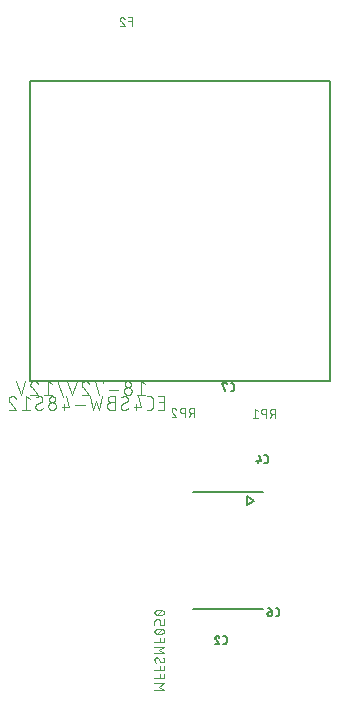
<source format=gbr>
G04 EAGLE Gerber RS-274X export*
G75*
%MOMM*%
%FSLAX34Y34*%
%LPD*%
%INSilkscreen Bottom*%
%IPPOS*%
%AMOC8*
5,1,8,0,0,1.08239X$1,22.5*%
G01*
%ADD10C,0.101600*%
%ADD11C,0.076200*%
%ADD12C,0.152400*%
%ADD13C,0.203200*%
%ADD14C,0.127000*%


D10*
X120142Y266771D02*
X116896Y269367D01*
X116896Y257683D01*
X113651Y257683D02*
X120142Y257683D01*
X108712Y260929D02*
X108710Y261042D01*
X108704Y261155D01*
X108694Y261268D01*
X108680Y261381D01*
X108663Y261493D01*
X108641Y261604D01*
X108616Y261714D01*
X108586Y261824D01*
X108553Y261932D01*
X108516Y262039D01*
X108476Y262145D01*
X108431Y262249D01*
X108383Y262352D01*
X108332Y262453D01*
X108277Y262552D01*
X108219Y262649D01*
X108157Y262744D01*
X108092Y262837D01*
X108024Y262927D01*
X107953Y263015D01*
X107878Y263101D01*
X107801Y263184D01*
X107721Y263264D01*
X107638Y263341D01*
X107552Y263416D01*
X107464Y263487D01*
X107374Y263555D01*
X107281Y263620D01*
X107186Y263682D01*
X107089Y263740D01*
X106990Y263795D01*
X106889Y263846D01*
X106786Y263894D01*
X106682Y263939D01*
X106576Y263979D01*
X106469Y264016D01*
X106361Y264049D01*
X106251Y264079D01*
X106141Y264104D01*
X106030Y264126D01*
X105918Y264143D01*
X105805Y264157D01*
X105692Y264167D01*
X105579Y264173D01*
X105466Y264175D01*
X105353Y264173D01*
X105240Y264167D01*
X105127Y264157D01*
X105014Y264143D01*
X104902Y264126D01*
X104791Y264104D01*
X104681Y264079D01*
X104571Y264049D01*
X104463Y264016D01*
X104356Y263979D01*
X104250Y263939D01*
X104146Y263894D01*
X104043Y263846D01*
X103942Y263795D01*
X103843Y263740D01*
X103746Y263682D01*
X103651Y263620D01*
X103558Y263555D01*
X103468Y263487D01*
X103380Y263416D01*
X103294Y263341D01*
X103211Y263264D01*
X103131Y263184D01*
X103054Y263101D01*
X102979Y263015D01*
X102908Y262927D01*
X102840Y262837D01*
X102775Y262744D01*
X102713Y262649D01*
X102655Y262552D01*
X102600Y262453D01*
X102549Y262352D01*
X102501Y262249D01*
X102456Y262145D01*
X102416Y262039D01*
X102379Y261932D01*
X102346Y261824D01*
X102316Y261714D01*
X102291Y261604D01*
X102269Y261493D01*
X102252Y261381D01*
X102238Y261268D01*
X102228Y261155D01*
X102222Y261042D01*
X102220Y260929D01*
X102222Y260816D01*
X102228Y260703D01*
X102238Y260590D01*
X102252Y260477D01*
X102269Y260365D01*
X102291Y260254D01*
X102316Y260144D01*
X102346Y260034D01*
X102379Y259926D01*
X102416Y259819D01*
X102456Y259713D01*
X102501Y259609D01*
X102549Y259506D01*
X102600Y259405D01*
X102655Y259306D01*
X102713Y259209D01*
X102775Y259114D01*
X102840Y259021D01*
X102908Y258931D01*
X102979Y258843D01*
X103054Y258757D01*
X103131Y258674D01*
X103211Y258594D01*
X103294Y258517D01*
X103380Y258442D01*
X103468Y258371D01*
X103558Y258303D01*
X103651Y258238D01*
X103746Y258176D01*
X103843Y258118D01*
X103942Y258063D01*
X104043Y258012D01*
X104146Y257964D01*
X104250Y257919D01*
X104356Y257879D01*
X104463Y257842D01*
X104571Y257809D01*
X104681Y257779D01*
X104791Y257754D01*
X104902Y257732D01*
X105014Y257715D01*
X105127Y257701D01*
X105240Y257691D01*
X105353Y257685D01*
X105466Y257683D01*
X105579Y257685D01*
X105692Y257691D01*
X105805Y257701D01*
X105918Y257715D01*
X106030Y257732D01*
X106141Y257754D01*
X106251Y257779D01*
X106361Y257809D01*
X106469Y257842D01*
X106576Y257879D01*
X106682Y257919D01*
X106786Y257964D01*
X106889Y258012D01*
X106990Y258063D01*
X107089Y258118D01*
X107186Y258176D01*
X107281Y258238D01*
X107374Y258303D01*
X107464Y258371D01*
X107552Y258442D01*
X107638Y258517D01*
X107721Y258594D01*
X107801Y258674D01*
X107878Y258757D01*
X107953Y258843D01*
X108024Y258931D01*
X108092Y259021D01*
X108157Y259114D01*
X108219Y259209D01*
X108277Y259306D01*
X108332Y259405D01*
X108383Y259506D01*
X108431Y259609D01*
X108476Y259713D01*
X108516Y259819D01*
X108553Y259926D01*
X108586Y260034D01*
X108616Y260144D01*
X108641Y260254D01*
X108663Y260365D01*
X108680Y260477D01*
X108694Y260590D01*
X108704Y260703D01*
X108710Y260816D01*
X108712Y260929D01*
X108062Y266771D02*
X108060Y266872D01*
X108054Y266972D01*
X108044Y267072D01*
X108031Y267172D01*
X108013Y267271D01*
X107992Y267370D01*
X107967Y267467D01*
X107938Y267564D01*
X107905Y267659D01*
X107869Y267753D01*
X107829Y267845D01*
X107786Y267936D01*
X107739Y268025D01*
X107689Y268112D01*
X107635Y268198D01*
X107578Y268281D01*
X107518Y268361D01*
X107455Y268440D01*
X107388Y268516D01*
X107319Y268589D01*
X107247Y268659D01*
X107173Y268727D01*
X107096Y268792D01*
X107016Y268853D01*
X106934Y268912D01*
X106850Y268967D01*
X106764Y269019D01*
X106676Y269068D01*
X106586Y269113D01*
X106494Y269155D01*
X106401Y269193D01*
X106306Y269227D01*
X106211Y269258D01*
X106114Y269285D01*
X106016Y269308D01*
X105917Y269328D01*
X105817Y269343D01*
X105717Y269355D01*
X105617Y269363D01*
X105516Y269367D01*
X105416Y269367D01*
X105315Y269363D01*
X105215Y269355D01*
X105115Y269343D01*
X105015Y269328D01*
X104916Y269308D01*
X104818Y269285D01*
X104721Y269258D01*
X104626Y269227D01*
X104531Y269193D01*
X104438Y269155D01*
X104346Y269113D01*
X104256Y269068D01*
X104168Y269019D01*
X104082Y268967D01*
X103998Y268912D01*
X103916Y268853D01*
X103836Y268792D01*
X103759Y268727D01*
X103685Y268659D01*
X103613Y268589D01*
X103544Y268516D01*
X103477Y268440D01*
X103414Y268361D01*
X103354Y268281D01*
X103297Y268198D01*
X103243Y268112D01*
X103193Y268025D01*
X103146Y267936D01*
X103103Y267845D01*
X103063Y267753D01*
X103027Y267659D01*
X102994Y267564D01*
X102965Y267467D01*
X102940Y267370D01*
X102919Y267271D01*
X102901Y267172D01*
X102888Y267072D01*
X102878Y266972D01*
X102872Y266872D01*
X102870Y266771D01*
X102872Y266670D01*
X102878Y266570D01*
X102888Y266470D01*
X102901Y266370D01*
X102919Y266271D01*
X102940Y266172D01*
X102965Y266075D01*
X102994Y265978D01*
X103027Y265883D01*
X103063Y265789D01*
X103103Y265697D01*
X103146Y265606D01*
X103193Y265517D01*
X103243Y265430D01*
X103297Y265344D01*
X103354Y265261D01*
X103414Y265181D01*
X103477Y265102D01*
X103544Y265026D01*
X103613Y264953D01*
X103685Y264883D01*
X103759Y264815D01*
X103836Y264750D01*
X103916Y264689D01*
X103998Y264630D01*
X104082Y264575D01*
X104168Y264523D01*
X104256Y264474D01*
X104346Y264429D01*
X104438Y264387D01*
X104531Y264349D01*
X104626Y264315D01*
X104721Y264284D01*
X104818Y264257D01*
X104916Y264234D01*
X105015Y264214D01*
X105115Y264199D01*
X105215Y264187D01*
X105315Y264179D01*
X105416Y264175D01*
X105516Y264175D01*
X105617Y264179D01*
X105717Y264187D01*
X105817Y264199D01*
X105917Y264214D01*
X106016Y264234D01*
X106114Y264257D01*
X106211Y264284D01*
X106306Y264315D01*
X106401Y264349D01*
X106494Y264387D01*
X106586Y264429D01*
X106676Y264474D01*
X106764Y264523D01*
X106850Y264575D01*
X106934Y264630D01*
X107016Y264689D01*
X107096Y264750D01*
X107173Y264815D01*
X107247Y264883D01*
X107319Y264953D01*
X107388Y265026D01*
X107455Y265102D01*
X107518Y265181D01*
X107578Y265261D01*
X107635Y265344D01*
X107689Y265430D01*
X107739Y265517D01*
X107786Y265606D01*
X107829Y265697D01*
X107869Y265789D01*
X107905Y265883D01*
X107938Y265978D01*
X107967Y266075D01*
X107992Y266172D01*
X108013Y266271D01*
X108031Y266370D01*
X108044Y266470D01*
X108054Y266570D01*
X108060Y266670D01*
X108062Y266771D01*
X97169Y262227D02*
X89380Y262227D01*
X84328Y268069D02*
X84328Y269367D01*
X77837Y269367D01*
X81083Y257683D01*
X69328Y269367D02*
X69221Y269365D01*
X69115Y269359D01*
X69009Y269349D01*
X68903Y269336D01*
X68797Y269318D01*
X68693Y269297D01*
X68589Y269272D01*
X68486Y269243D01*
X68385Y269211D01*
X68285Y269174D01*
X68186Y269134D01*
X68088Y269091D01*
X67992Y269044D01*
X67898Y268993D01*
X67806Y268939D01*
X67716Y268882D01*
X67628Y268822D01*
X67543Y268758D01*
X67460Y268691D01*
X67379Y268621D01*
X67301Y268549D01*
X67225Y268473D01*
X67153Y268395D01*
X67083Y268314D01*
X67016Y268231D01*
X66952Y268146D01*
X66892Y268058D01*
X66835Y267968D01*
X66781Y267876D01*
X66730Y267782D01*
X66683Y267686D01*
X66640Y267588D01*
X66600Y267489D01*
X66563Y267389D01*
X66531Y267288D01*
X66502Y267185D01*
X66477Y267081D01*
X66456Y266977D01*
X66438Y266871D01*
X66425Y266765D01*
X66415Y266659D01*
X66409Y266553D01*
X66407Y266446D01*
X69328Y269367D02*
X69449Y269365D01*
X69570Y269359D01*
X69690Y269349D01*
X69811Y269336D01*
X69930Y269318D01*
X70050Y269297D01*
X70168Y269272D01*
X70285Y269243D01*
X70402Y269210D01*
X70517Y269174D01*
X70631Y269133D01*
X70744Y269090D01*
X70856Y269042D01*
X70965Y268991D01*
X71073Y268936D01*
X71180Y268878D01*
X71284Y268817D01*
X71386Y268752D01*
X71486Y268684D01*
X71584Y268613D01*
X71680Y268539D01*
X71773Y268462D01*
X71863Y268381D01*
X71951Y268298D01*
X72036Y268212D01*
X72119Y268123D01*
X72198Y268032D01*
X72275Y267938D01*
X72348Y267842D01*
X72418Y267744D01*
X72485Y267643D01*
X72549Y267540D01*
X72610Y267435D01*
X72667Y267328D01*
X72720Y267220D01*
X72770Y267110D01*
X72816Y266998D01*
X72859Y266885D01*
X72898Y266770D01*
X67381Y264174D02*
X67302Y264252D01*
X67226Y264332D01*
X67153Y264415D01*
X67083Y264501D01*
X67016Y264588D01*
X66952Y264679D01*
X66892Y264771D01*
X66834Y264865D01*
X66780Y264962D01*
X66730Y265060D01*
X66683Y265160D01*
X66639Y265261D01*
X66599Y265364D01*
X66563Y265469D01*
X66531Y265574D01*
X66502Y265681D01*
X66477Y265788D01*
X66455Y265897D01*
X66438Y266006D01*
X66424Y266115D01*
X66415Y266225D01*
X66409Y266336D01*
X66407Y266446D01*
X67381Y264174D02*
X72898Y257683D01*
X66407Y257683D01*
X58223Y257683D02*
X62117Y269367D01*
X54328Y269367D02*
X58223Y257683D01*
X50532Y256385D02*
X45339Y270665D01*
X40894Y266771D02*
X37649Y269367D01*
X37649Y257683D01*
X40894Y257683D02*
X34403Y257683D01*
X22973Y266446D02*
X22975Y266553D01*
X22981Y266659D01*
X22991Y266765D01*
X23004Y266871D01*
X23022Y266977D01*
X23043Y267081D01*
X23068Y267185D01*
X23097Y267288D01*
X23129Y267389D01*
X23166Y267489D01*
X23206Y267588D01*
X23249Y267686D01*
X23296Y267782D01*
X23347Y267876D01*
X23401Y267968D01*
X23458Y268058D01*
X23518Y268146D01*
X23582Y268231D01*
X23649Y268314D01*
X23719Y268395D01*
X23791Y268473D01*
X23867Y268549D01*
X23945Y268621D01*
X24026Y268691D01*
X24109Y268758D01*
X24194Y268822D01*
X24282Y268882D01*
X24372Y268939D01*
X24464Y268993D01*
X24558Y269044D01*
X24654Y269091D01*
X24752Y269134D01*
X24851Y269174D01*
X24951Y269211D01*
X25052Y269243D01*
X25155Y269272D01*
X25259Y269297D01*
X25363Y269318D01*
X25469Y269336D01*
X25575Y269349D01*
X25681Y269359D01*
X25787Y269365D01*
X25894Y269367D01*
X26015Y269365D01*
X26136Y269359D01*
X26256Y269349D01*
X26377Y269336D01*
X26496Y269318D01*
X26616Y269297D01*
X26734Y269272D01*
X26851Y269243D01*
X26968Y269210D01*
X27083Y269174D01*
X27197Y269133D01*
X27310Y269090D01*
X27422Y269042D01*
X27531Y268991D01*
X27639Y268936D01*
X27746Y268878D01*
X27850Y268817D01*
X27952Y268752D01*
X28052Y268684D01*
X28150Y268613D01*
X28246Y268539D01*
X28339Y268462D01*
X28429Y268381D01*
X28517Y268298D01*
X28602Y268212D01*
X28685Y268123D01*
X28764Y268032D01*
X28841Y267938D01*
X28914Y267842D01*
X28984Y267744D01*
X29051Y267643D01*
X29115Y267540D01*
X29176Y267435D01*
X29233Y267328D01*
X29286Y267220D01*
X29336Y267110D01*
X29382Y266998D01*
X29425Y266885D01*
X29464Y266770D01*
X23948Y264174D02*
X23869Y264252D01*
X23793Y264332D01*
X23720Y264415D01*
X23650Y264501D01*
X23583Y264588D01*
X23519Y264679D01*
X23459Y264771D01*
X23401Y264865D01*
X23347Y264962D01*
X23297Y265060D01*
X23250Y265160D01*
X23206Y265261D01*
X23166Y265364D01*
X23130Y265469D01*
X23098Y265574D01*
X23069Y265681D01*
X23044Y265788D01*
X23022Y265897D01*
X23005Y266006D01*
X22991Y266115D01*
X22982Y266225D01*
X22976Y266336D01*
X22974Y266446D01*
X23947Y264174D02*
X29464Y257683D01*
X22973Y257683D01*
X14789Y257683D02*
X18683Y269367D01*
X10894Y269367D02*
X14789Y257683D01*
X130824Y244983D02*
X136017Y244983D01*
X136017Y256667D01*
X130824Y256667D01*
X132122Y251474D02*
X136017Y251474D01*
X123951Y244983D02*
X121355Y244983D01*
X123951Y244983D02*
X124050Y244985D01*
X124150Y244991D01*
X124249Y245000D01*
X124347Y245013D01*
X124445Y245030D01*
X124543Y245051D01*
X124639Y245076D01*
X124734Y245104D01*
X124828Y245136D01*
X124921Y245171D01*
X125013Y245210D01*
X125103Y245253D01*
X125191Y245298D01*
X125278Y245348D01*
X125362Y245400D01*
X125445Y245456D01*
X125525Y245514D01*
X125603Y245576D01*
X125678Y245641D01*
X125751Y245709D01*
X125821Y245779D01*
X125889Y245852D01*
X125954Y245927D01*
X126016Y246005D01*
X126074Y246085D01*
X126130Y246168D01*
X126182Y246252D01*
X126232Y246339D01*
X126277Y246427D01*
X126320Y246517D01*
X126359Y246609D01*
X126394Y246702D01*
X126426Y246796D01*
X126454Y246891D01*
X126479Y246987D01*
X126500Y247085D01*
X126517Y247183D01*
X126530Y247281D01*
X126539Y247380D01*
X126545Y247480D01*
X126547Y247579D01*
X126548Y247579D02*
X126548Y254071D01*
X126547Y254071D02*
X126545Y254170D01*
X126539Y254270D01*
X126530Y254369D01*
X126517Y254467D01*
X126500Y254565D01*
X126479Y254663D01*
X126454Y254759D01*
X126426Y254854D01*
X126394Y254948D01*
X126359Y255041D01*
X126320Y255133D01*
X126277Y255223D01*
X126232Y255311D01*
X126182Y255398D01*
X126130Y255482D01*
X126074Y255565D01*
X126016Y255645D01*
X125954Y255723D01*
X125889Y255798D01*
X125821Y255871D01*
X125751Y255941D01*
X125678Y256009D01*
X125603Y256074D01*
X125525Y256136D01*
X125445Y256194D01*
X125362Y256250D01*
X125278Y256302D01*
X125191Y256352D01*
X125103Y256397D01*
X125013Y256440D01*
X124921Y256479D01*
X124828Y256514D01*
X124734Y256546D01*
X124639Y256574D01*
X124543Y256599D01*
X124445Y256620D01*
X124347Y256637D01*
X124249Y256650D01*
X124150Y256659D01*
X124050Y256665D01*
X123951Y256667D01*
X121355Y256667D01*
X114393Y256667D02*
X116990Y247579D01*
X110499Y247579D01*
X112446Y250176D02*
X112446Y244983D01*
X102046Y244983D02*
X101947Y244985D01*
X101847Y244991D01*
X101748Y245000D01*
X101650Y245013D01*
X101552Y245030D01*
X101454Y245051D01*
X101358Y245076D01*
X101263Y245104D01*
X101169Y245136D01*
X101076Y245171D01*
X100984Y245210D01*
X100894Y245253D01*
X100806Y245298D01*
X100719Y245348D01*
X100635Y245400D01*
X100552Y245456D01*
X100472Y245514D01*
X100394Y245576D01*
X100319Y245641D01*
X100246Y245709D01*
X100176Y245779D01*
X100108Y245852D01*
X100043Y245927D01*
X99981Y246005D01*
X99923Y246085D01*
X99867Y246168D01*
X99815Y246252D01*
X99765Y246339D01*
X99720Y246427D01*
X99677Y246517D01*
X99638Y246609D01*
X99603Y246702D01*
X99571Y246796D01*
X99543Y246891D01*
X99518Y246987D01*
X99497Y247085D01*
X99480Y247183D01*
X99467Y247281D01*
X99458Y247380D01*
X99452Y247480D01*
X99450Y247579D01*
X102046Y244983D02*
X102190Y244985D01*
X102335Y244991D01*
X102479Y245000D01*
X102622Y245013D01*
X102766Y245030D01*
X102909Y245051D01*
X103051Y245076D01*
X103192Y245104D01*
X103333Y245136D01*
X103473Y245172D01*
X103612Y245211D01*
X103750Y245254D01*
X103886Y245301D01*
X104022Y245351D01*
X104156Y245405D01*
X104288Y245462D01*
X104419Y245523D01*
X104548Y245587D01*
X104676Y245655D01*
X104802Y245726D01*
X104926Y245800D01*
X105047Y245877D01*
X105167Y245958D01*
X105285Y246041D01*
X105400Y246128D01*
X105513Y246218D01*
X105624Y246311D01*
X105732Y246406D01*
X105838Y246505D01*
X105941Y246606D01*
X105616Y254071D02*
X105614Y254170D01*
X105608Y254270D01*
X105599Y254369D01*
X105586Y254467D01*
X105569Y254565D01*
X105548Y254663D01*
X105523Y254759D01*
X105495Y254854D01*
X105463Y254948D01*
X105428Y255041D01*
X105389Y255133D01*
X105346Y255223D01*
X105301Y255311D01*
X105251Y255398D01*
X105199Y255482D01*
X105143Y255565D01*
X105085Y255645D01*
X105023Y255723D01*
X104958Y255798D01*
X104890Y255871D01*
X104820Y255941D01*
X104747Y256009D01*
X104672Y256074D01*
X104594Y256136D01*
X104514Y256194D01*
X104431Y256250D01*
X104347Y256302D01*
X104260Y256352D01*
X104172Y256397D01*
X104082Y256440D01*
X103990Y256479D01*
X103897Y256514D01*
X103803Y256546D01*
X103708Y256574D01*
X103612Y256599D01*
X103514Y256620D01*
X103416Y256637D01*
X103318Y256650D01*
X103219Y256659D01*
X103119Y256665D01*
X103020Y256667D01*
X102884Y256665D01*
X102748Y256659D01*
X102612Y256650D01*
X102476Y256637D01*
X102341Y256619D01*
X102207Y256599D01*
X102073Y256574D01*
X101939Y256546D01*
X101807Y256513D01*
X101676Y256478D01*
X101545Y256438D01*
X101416Y256395D01*
X101288Y256349D01*
X101162Y256298D01*
X101036Y256245D01*
X100913Y256187D01*
X100791Y256127D01*
X100671Y256063D01*
X100552Y255995D01*
X100436Y255925D01*
X100322Y255851D01*
X100209Y255774D01*
X100099Y255693D01*
X104318Y251799D02*
X104404Y251852D01*
X104488Y251909D01*
X104570Y251968D01*
X104650Y252031D01*
X104727Y252097D01*
X104802Y252165D01*
X104874Y252237D01*
X104943Y252311D01*
X105009Y252388D01*
X105072Y252467D01*
X105132Y252549D01*
X105189Y252633D01*
X105243Y252719D01*
X105293Y252807D01*
X105340Y252897D01*
X105384Y252988D01*
X105423Y253082D01*
X105460Y253176D01*
X105492Y253272D01*
X105521Y253370D01*
X105546Y253468D01*
X105567Y253567D01*
X105585Y253667D01*
X105598Y253767D01*
X105608Y253868D01*
X105614Y253970D01*
X105616Y254071D01*
X100748Y249851D02*
X100662Y249798D01*
X100578Y249741D01*
X100496Y249682D01*
X100416Y249619D01*
X100339Y249553D01*
X100264Y249485D01*
X100192Y249413D01*
X100123Y249339D01*
X100057Y249262D01*
X99994Y249183D01*
X99934Y249101D01*
X99877Y249017D01*
X99823Y248931D01*
X99773Y248843D01*
X99726Y248753D01*
X99682Y248662D01*
X99643Y248568D01*
X99606Y248474D01*
X99574Y248378D01*
X99545Y248280D01*
X99520Y248182D01*
X99499Y248083D01*
X99481Y247983D01*
X99468Y247883D01*
X99458Y247782D01*
X99452Y247680D01*
X99450Y247579D01*
X100748Y249851D02*
X104318Y251799D01*
X94341Y251474D02*
X91096Y251474D01*
X91096Y251475D02*
X90983Y251473D01*
X90870Y251467D01*
X90757Y251457D01*
X90644Y251443D01*
X90532Y251426D01*
X90421Y251404D01*
X90311Y251379D01*
X90201Y251349D01*
X90093Y251316D01*
X89986Y251279D01*
X89880Y251239D01*
X89776Y251194D01*
X89673Y251146D01*
X89572Y251095D01*
X89473Y251040D01*
X89376Y250982D01*
X89281Y250920D01*
X89188Y250855D01*
X89098Y250787D01*
X89010Y250716D01*
X88924Y250641D01*
X88841Y250564D01*
X88761Y250484D01*
X88684Y250401D01*
X88609Y250315D01*
X88538Y250227D01*
X88470Y250137D01*
X88405Y250044D01*
X88343Y249949D01*
X88285Y249852D01*
X88230Y249753D01*
X88179Y249652D01*
X88131Y249549D01*
X88086Y249445D01*
X88046Y249339D01*
X88009Y249232D01*
X87976Y249124D01*
X87946Y249014D01*
X87921Y248904D01*
X87899Y248793D01*
X87882Y248681D01*
X87868Y248568D01*
X87858Y248455D01*
X87852Y248342D01*
X87850Y248229D01*
X87852Y248116D01*
X87858Y248003D01*
X87868Y247890D01*
X87882Y247777D01*
X87899Y247665D01*
X87921Y247554D01*
X87946Y247444D01*
X87976Y247334D01*
X88009Y247226D01*
X88046Y247119D01*
X88086Y247013D01*
X88131Y246909D01*
X88179Y246806D01*
X88230Y246705D01*
X88285Y246606D01*
X88343Y246509D01*
X88405Y246414D01*
X88470Y246321D01*
X88538Y246231D01*
X88609Y246143D01*
X88684Y246057D01*
X88761Y245974D01*
X88841Y245894D01*
X88924Y245817D01*
X89010Y245742D01*
X89098Y245671D01*
X89188Y245603D01*
X89281Y245538D01*
X89376Y245476D01*
X89473Y245418D01*
X89572Y245363D01*
X89673Y245312D01*
X89776Y245264D01*
X89880Y245219D01*
X89986Y245179D01*
X90093Y245142D01*
X90201Y245109D01*
X90311Y245079D01*
X90421Y245054D01*
X90532Y245032D01*
X90644Y245015D01*
X90757Y245001D01*
X90870Y244991D01*
X90983Y244985D01*
X91096Y244983D01*
X94341Y244983D01*
X94341Y256667D01*
X91096Y256667D01*
X90995Y256665D01*
X90895Y256659D01*
X90795Y256649D01*
X90695Y256636D01*
X90596Y256618D01*
X90497Y256597D01*
X90400Y256572D01*
X90303Y256543D01*
X90208Y256510D01*
X90114Y256474D01*
X90022Y256434D01*
X89931Y256391D01*
X89842Y256344D01*
X89755Y256294D01*
X89669Y256240D01*
X89586Y256183D01*
X89506Y256123D01*
X89427Y256060D01*
X89351Y255993D01*
X89278Y255924D01*
X89208Y255852D01*
X89140Y255778D01*
X89075Y255701D01*
X89014Y255621D01*
X88955Y255539D01*
X88900Y255455D01*
X88848Y255369D01*
X88799Y255281D01*
X88754Y255191D01*
X88712Y255099D01*
X88674Y255006D01*
X88640Y254911D01*
X88609Y254816D01*
X88582Y254719D01*
X88559Y254621D01*
X88539Y254522D01*
X88524Y254422D01*
X88512Y254322D01*
X88504Y254222D01*
X88500Y254121D01*
X88500Y254021D01*
X88504Y253920D01*
X88512Y253820D01*
X88524Y253720D01*
X88539Y253620D01*
X88559Y253521D01*
X88582Y253423D01*
X88609Y253326D01*
X88640Y253231D01*
X88674Y253136D01*
X88712Y253043D01*
X88754Y252951D01*
X88799Y252861D01*
X88848Y252773D01*
X88900Y252687D01*
X88955Y252603D01*
X89014Y252521D01*
X89075Y252441D01*
X89140Y252364D01*
X89208Y252290D01*
X89278Y252218D01*
X89351Y252149D01*
X89427Y252082D01*
X89506Y252019D01*
X89586Y251959D01*
X89669Y251902D01*
X89755Y251848D01*
X89842Y251798D01*
X89931Y251751D01*
X90022Y251708D01*
X90114Y251668D01*
X90208Y251632D01*
X90303Y251599D01*
X90400Y251570D01*
X90497Y251545D01*
X90596Y251524D01*
X90695Y251506D01*
X90795Y251493D01*
X90895Y251483D01*
X90995Y251477D01*
X91096Y251475D01*
X83885Y256667D02*
X81289Y244983D01*
X78692Y252772D01*
X76096Y244983D01*
X73499Y256667D01*
X68871Y249527D02*
X61081Y249527D01*
X56030Y247579D02*
X53433Y256667D01*
X56030Y247579D02*
X49539Y247579D01*
X51486Y250176D02*
X51486Y244983D01*
X44600Y248229D02*
X44598Y248342D01*
X44592Y248455D01*
X44582Y248568D01*
X44568Y248681D01*
X44551Y248793D01*
X44529Y248904D01*
X44504Y249014D01*
X44474Y249124D01*
X44441Y249232D01*
X44404Y249339D01*
X44364Y249445D01*
X44319Y249549D01*
X44271Y249652D01*
X44220Y249753D01*
X44165Y249852D01*
X44107Y249949D01*
X44045Y250044D01*
X43980Y250137D01*
X43912Y250227D01*
X43841Y250315D01*
X43766Y250401D01*
X43689Y250484D01*
X43609Y250564D01*
X43526Y250641D01*
X43440Y250716D01*
X43352Y250787D01*
X43262Y250855D01*
X43169Y250920D01*
X43074Y250982D01*
X42977Y251040D01*
X42878Y251095D01*
X42777Y251146D01*
X42674Y251194D01*
X42570Y251239D01*
X42464Y251279D01*
X42357Y251316D01*
X42249Y251349D01*
X42139Y251379D01*
X42029Y251404D01*
X41918Y251426D01*
X41806Y251443D01*
X41693Y251457D01*
X41580Y251467D01*
X41467Y251473D01*
X41354Y251475D01*
X41241Y251473D01*
X41128Y251467D01*
X41015Y251457D01*
X40902Y251443D01*
X40790Y251426D01*
X40679Y251404D01*
X40569Y251379D01*
X40459Y251349D01*
X40351Y251316D01*
X40244Y251279D01*
X40138Y251239D01*
X40034Y251194D01*
X39931Y251146D01*
X39830Y251095D01*
X39731Y251040D01*
X39634Y250982D01*
X39539Y250920D01*
X39446Y250855D01*
X39356Y250787D01*
X39268Y250716D01*
X39182Y250641D01*
X39099Y250564D01*
X39019Y250484D01*
X38942Y250401D01*
X38867Y250315D01*
X38796Y250227D01*
X38728Y250137D01*
X38663Y250044D01*
X38601Y249949D01*
X38543Y249852D01*
X38488Y249753D01*
X38437Y249652D01*
X38389Y249549D01*
X38344Y249445D01*
X38304Y249339D01*
X38267Y249232D01*
X38234Y249124D01*
X38204Y249014D01*
X38179Y248904D01*
X38157Y248793D01*
X38140Y248681D01*
X38126Y248568D01*
X38116Y248455D01*
X38110Y248342D01*
X38108Y248229D01*
X38110Y248116D01*
X38116Y248003D01*
X38126Y247890D01*
X38140Y247777D01*
X38157Y247665D01*
X38179Y247554D01*
X38204Y247444D01*
X38234Y247334D01*
X38267Y247226D01*
X38304Y247119D01*
X38344Y247013D01*
X38389Y246909D01*
X38437Y246806D01*
X38488Y246705D01*
X38543Y246606D01*
X38601Y246509D01*
X38663Y246414D01*
X38728Y246321D01*
X38796Y246231D01*
X38867Y246143D01*
X38942Y246057D01*
X39019Y245974D01*
X39099Y245894D01*
X39182Y245817D01*
X39268Y245742D01*
X39356Y245671D01*
X39446Y245603D01*
X39539Y245538D01*
X39634Y245476D01*
X39731Y245418D01*
X39830Y245363D01*
X39931Y245312D01*
X40034Y245264D01*
X40138Y245219D01*
X40244Y245179D01*
X40351Y245142D01*
X40459Y245109D01*
X40569Y245079D01*
X40679Y245054D01*
X40790Y245032D01*
X40902Y245015D01*
X41015Y245001D01*
X41128Y244991D01*
X41241Y244985D01*
X41354Y244983D01*
X41467Y244985D01*
X41580Y244991D01*
X41693Y245001D01*
X41806Y245015D01*
X41918Y245032D01*
X42029Y245054D01*
X42139Y245079D01*
X42249Y245109D01*
X42357Y245142D01*
X42464Y245179D01*
X42570Y245219D01*
X42674Y245264D01*
X42777Y245312D01*
X42878Y245363D01*
X42977Y245418D01*
X43074Y245476D01*
X43169Y245538D01*
X43262Y245603D01*
X43352Y245671D01*
X43440Y245742D01*
X43526Y245817D01*
X43609Y245894D01*
X43689Y245974D01*
X43766Y246057D01*
X43841Y246143D01*
X43912Y246231D01*
X43980Y246321D01*
X44045Y246414D01*
X44107Y246509D01*
X44165Y246606D01*
X44220Y246705D01*
X44271Y246806D01*
X44319Y246909D01*
X44364Y247013D01*
X44404Y247119D01*
X44441Y247226D01*
X44474Y247334D01*
X44504Y247444D01*
X44529Y247554D01*
X44551Y247665D01*
X44568Y247777D01*
X44582Y247890D01*
X44592Y248003D01*
X44598Y248116D01*
X44600Y248229D01*
X43950Y254071D02*
X43948Y254172D01*
X43942Y254272D01*
X43932Y254372D01*
X43919Y254472D01*
X43901Y254571D01*
X43880Y254670D01*
X43855Y254767D01*
X43826Y254864D01*
X43793Y254959D01*
X43757Y255053D01*
X43717Y255145D01*
X43674Y255236D01*
X43627Y255325D01*
X43577Y255412D01*
X43523Y255498D01*
X43466Y255581D01*
X43406Y255661D01*
X43343Y255740D01*
X43276Y255816D01*
X43207Y255889D01*
X43135Y255959D01*
X43061Y256027D01*
X42984Y256092D01*
X42904Y256153D01*
X42822Y256212D01*
X42738Y256267D01*
X42652Y256319D01*
X42564Y256368D01*
X42474Y256413D01*
X42382Y256455D01*
X42289Y256493D01*
X42194Y256527D01*
X42099Y256558D01*
X42002Y256585D01*
X41904Y256608D01*
X41805Y256628D01*
X41705Y256643D01*
X41605Y256655D01*
X41505Y256663D01*
X41404Y256667D01*
X41304Y256667D01*
X41203Y256663D01*
X41103Y256655D01*
X41003Y256643D01*
X40903Y256628D01*
X40804Y256608D01*
X40706Y256585D01*
X40609Y256558D01*
X40514Y256527D01*
X40419Y256493D01*
X40326Y256455D01*
X40234Y256413D01*
X40144Y256368D01*
X40056Y256319D01*
X39970Y256267D01*
X39886Y256212D01*
X39804Y256153D01*
X39724Y256092D01*
X39647Y256027D01*
X39573Y255959D01*
X39501Y255889D01*
X39432Y255816D01*
X39365Y255740D01*
X39302Y255661D01*
X39242Y255581D01*
X39185Y255498D01*
X39131Y255412D01*
X39081Y255325D01*
X39034Y255236D01*
X38991Y255145D01*
X38951Y255053D01*
X38915Y254959D01*
X38882Y254864D01*
X38853Y254767D01*
X38828Y254670D01*
X38807Y254571D01*
X38789Y254472D01*
X38776Y254372D01*
X38766Y254272D01*
X38760Y254172D01*
X38758Y254071D01*
X38760Y253970D01*
X38766Y253870D01*
X38776Y253770D01*
X38789Y253670D01*
X38807Y253571D01*
X38828Y253472D01*
X38853Y253375D01*
X38882Y253278D01*
X38915Y253183D01*
X38951Y253089D01*
X38991Y252997D01*
X39034Y252906D01*
X39081Y252817D01*
X39131Y252730D01*
X39185Y252644D01*
X39242Y252561D01*
X39302Y252481D01*
X39365Y252402D01*
X39432Y252326D01*
X39501Y252253D01*
X39573Y252183D01*
X39647Y252115D01*
X39724Y252050D01*
X39804Y251989D01*
X39886Y251930D01*
X39970Y251875D01*
X40056Y251823D01*
X40144Y251774D01*
X40234Y251729D01*
X40326Y251687D01*
X40419Y251649D01*
X40514Y251615D01*
X40609Y251584D01*
X40706Y251557D01*
X40804Y251534D01*
X40903Y251514D01*
X41003Y251499D01*
X41103Y251487D01*
X41203Y251479D01*
X41304Y251475D01*
X41404Y251475D01*
X41505Y251479D01*
X41605Y251487D01*
X41705Y251499D01*
X41805Y251514D01*
X41904Y251534D01*
X42002Y251557D01*
X42099Y251584D01*
X42194Y251615D01*
X42289Y251649D01*
X42382Y251687D01*
X42474Y251729D01*
X42564Y251774D01*
X42652Y251823D01*
X42738Y251875D01*
X42822Y251930D01*
X42904Y251989D01*
X42984Y252050D01*
X43061Y252115D01*
X43135Y252183D01*
X43207Y252253D01*
X43276Y252326D01*
X43343Y252402D01*
X43406Y252481D01*
X43466Y252561D01*
X43523Y252644D01*
X43577Y252730D01*
X43627Y252817D01*
X43674Y252906D01*
X43717Y252997D01*
X43757Y253089D01*
X43793Y253183D01*
X43826Y253278D01*
X43855Y253375D01*
X43880Y253472D01*
X43901Y253571D01*
X43919Y253670D01*
X43932Y253770D01*
X43942Y253870D01*
X43948Y253970D01*
X43950Y254071D01*
X29656Y244983D02*
X29557Y244985D01*
X29457Y244991D01*
X29358Y245000D01*
X29260Y245013D01*
X29162Y245030D01*
X29064Y245051D01*
X28968Y245076D01*
X28873Y245104D01*
X28779Y245136D01*
X28686Y245171D01*
X28594Y245210D01*
X28504Y245253D01*
X28416Y245298D01*
X28329Y245348D01*
X28245Y245400D01*
X28162Y245456D01*
X28082Y245514D01*
X28004Y245576D01*
X27929Y245641D01*
X27856Y245709D01*
X27786Y245779D01*
X27718Y245852D01*
X27653Y245927D01*
X27591Y246005D01*
X27533Y246085D01*
X27477Y246168D01*
X27425Y246252D01*
X27375Y246339D01*
X27330Y246427D01*
X27287Y246517D01*
X27248Y246609D01*
X27213Y246702D01*
X27181Y246796D01*
X27153Y246891D01*
X27128Y246987D01*
X27107Y247085D01*
X27090Y247183D01*
X27077Y247281D01*
X27068Y247380D01*
X27062Y247480D01*
X27060Y247579D01*
X29656Y244983D02*
X29800Y244985D01*
X29945Y244991D01*
X30089Y245000D01*
X30232Y245013D01*
X30376Y245030D01*
X30519Y245051D01*
X30661Y245076D01*
X30802Y245104D01*
X30943Y245136D01*
X31083Y245172D01*
X31222Y245211D01*
X31360Y245254D01*
X31496Y245301D01*
X31632Y245351D01*
X31766Y245405D01*
X31898Y245462D01*
X32029Y245523D01*
X32158Y245587D01*
X32286Y245655D01*
X32412Y245726D01*
X32536Y245800D01*
X32657Y245877D01*
X32777Y245958D01*
X32895Y246041D01*
X33010Y246128D01*
X33123Y246218D01*
X33234Y246311D01*
X33342Y246406D01*
X33448Y246505D01*
X33551Y246606D01*
X33226Y254071D02*
X33224Y254170D01*
X33218Y254270D01*
X33209Y254369D01*
X33196Y254467D01*
X33179Y254565D01*
X33158Y254663D01*
X33133Y254759D01*
X33105Y254854D01*
X33073Y254948D01*
X33038Y255041D01*
X32999Y255133D01*
X32956Y255223D01*
X32911Y255311D01*
X32861Y255398D01*
X32809Y255482D01*
X32753Y255565D01*
X32695Y255645D01*
X32633Y255723D01*
X32568Y255798D01*
X32500Y255871D01*
X32430Y255941D01*
X32357Y256009D01*
X32282Y256074D01*
X32204Y256136D01*
X32124Y256194D01*
X32041Y256250D01*
X31957Y256302D01*
X31870Y256352D01*
X31782Y256397D01*
X31692Y256440D01*
X31600Y256479D01*
X31507Y256514D01*
X31413Y256546D01*
X31318Y256574D01*
X31222Y256599D01*
X31124Y256620D01*
X31026Y256637D01*
X30928Y256650D01*
X30829Y256659D01*
X30729Y256665D01*
X30630Y256667D01*
X30494Y256665D01*
X30358Y256659D01*
X30222Y256650D01*
X30086Y256637D01*
X29951Y256619D01*
X29817Y256599D01*
X29683Y256574D01*
X29549Y256546D01*
X29417Y256513D01*
X29286Y256478D01*
X29155Y256438D01*
X29026Y256395D01*
X28898Y256349D01*
X28772Y256298D01*
X28646Y256245D01*
X28523Y256187D01*
X28401Y256127D01*
X28281Y256063D01*
X28162Y255995D01*
X28046Y255925D01*
X27932Y255851D01*
X27819Y255774D01*
X27709Y255693D01*
X31928Y251799D02*
X32014Y251852D01*
X32098Y251909D01*
X32180Y251968D01*
X32260Y252031D01*
X32337Y252097D01*
X32412Y252165D01*
X32484Y252237D01*
X32553Y252311D01*
X32619Y252388D01*
X32682Y252467D01*
X32742Y252549D01*
X32799Y252633D01*
X32853Y252719D01*
X32903Y252807D01*
X32950Y252897D01*
X32994Y252988D01*
X33033Y253082D01*
X33070Y253176D01*
X33102Y253272D01*
X33131Y253370D01*
X33156Y253468D01*
X33177Y253567D01*
X33195Y253667D01*
X33208Y253767D01*
X33218Y253868D01*
X33224Y253970D01*
X33226Y254071D01*
X28358Y249851D02*
X28272Y249798D01*
X28188Y249741D01*
X28106Y249682D01*
X28026Y249619D01*
X27949Y249553D01*
X27874Y249485D01*
X27802Y249413D01*
X27733Y249339D01*
X27667Y249262D01*
X27604Y249183D01*
X27544Y249101D01*
X27487Y249017D01*
X27433Y248931D01*
X27383Y248843D01*
X27336Y248753D01*
X27292Y248662D01*
X27253Y248568D01*
X27216Y248474D01*
X27184Y248378D01*
X27155Y248280D01*
X27130Y248182D01*
X27109Y248083D01*
X27091Y247983D01*
X27078Y247883D01*
X27068Y247782D01*
X27062Y247680D01*
X27060Y247579D01*
X28358Y249851D02*
X31928Y251799D01*
X22502Y254071D02*
X19256Y256667D01*
X19256Y244983D01*
X16011Y244983D02*
X22502Y244983D01*
X7502Y256667D02*
X7395Y256665D01*
X7289Y256659D01*
X7183Y256649D01*
X7077Y256636D01*
X6971Y256618D01*
X6867Y256597D01*
X6763Y256572D01*
X6660Y256543D01*
X6559Y256511D01*
X6459Y256474D01*
X6360Y256434D01*
X6262Y256391D01*
X6166Y256344D01*
X6072Y256293D01*
X5980Y256239D01*
X5890Y256182D01*
X5802Y256122D01*
X5717Y256058D01*
X5634Y255991D01*
X5553Y255921D01*
X5475Y255849D01*
X5399Y255773D01*
X5327Y255695D01*
X5257Y255614D01*
X5190Y255531D01*
X5126Y255446D01*
X5066Y255358D01*
X5009Y255268D01*
X4955Y255176D01*
X4904Y255082D01*
X4857Y254986D01*
X4814Y254888D01*
X4774Y254789D01*
X4737Y254689D01*
X4705Y254588D01*
X4676Y254485D01*
X4651Y254381D01*
X4630Y254277D01*
X4612Y254171D01*
X4599Y254065D01*
X4589Y253959D01*
X4583Y253853D01*
X4581Y253746D01*
X7502Y256667D02*
X7623Y256665D01*
X7744Y256659D01*
X7864Y256649D01*
X7985Y256636D01*
X8104Y256618D01*
X8224Y256597D01*
X8342Y256572D01*
X8459Y256543D01*
X8576Y256510D01*
X8691Y256474D01*
X8805Y256433D01*
X8918Y256390D01*
X9030Y256342D01*
X9139Y256291D01*
X9247Y256236D01*
X9354Y256178D01*
X9458Y256117D01*
X9560Y256052D01*
X9660Y255984D01*
X9758Y255913D01*
X9854Y255839D01*
X9947Y255762D01*
X10037Y255681D01*
X10125Y255598D01*
X10210Y255512D01*
X10293Y255423D01*
X10372Y255332D01*
X10449Y255238D01*
X10522Y255142D01*
X10592Y255044D01*
X10659Y254943D01*
X10723Y254840D01*
X10784Y254735D01*
X10841Y254628D01*
X10894Y254520D01*
X10944Y254410D01*
X10990Y254298D01*
X11033Y254185D01*
X11072Y254070D01*
X5555Y251474D02*
X5476Y251552D01*
X5400Y251632D01*
X5327Y251715D01*
X5257Y251801D01*
X5190Y251888D01*
X5126Y251979D01*
X5066Y252071D01*
X5008Y252165D01*
X4954Y252262D01*
X4904Y252360D01*
X4857Y252460D01*
X4813Y252561D01*
X4773Y252664D01*
X4737Y252769D01*
X4705Y252874D01*
X4676Y252981D01*
X4651Y253088D01*
X4629Y253197D01*
X4612Y253306D01*
X4598Y253415D01*
X4589Y253525D01*
X4583Y253636D01*
X4581Y253746D01*
X5554Y251474D02*
X11072Y244983D01*
X4581Y244983D01*
D11*
X128016Y8178D02*
X136144Y8178D01*
X131628Y10887D01*
X136144Y13596D01*
X128016Y13596D01*
X128016Y17713D02*
X136144Y17713D01*
X136144Y21326D01*
X132532Y21326D02*
X132532Y17713D01*
X136144Y24648D02*
X128016Y24648D01*
X136144Y24648D02*
X136144Y28260D01*
X132532Y28260D02*
X132532Y24648D01*
X128016Y33741D02*
X128018Y33824D01*
X128024Y33908D01*
X128033Y33991D01*
X128047Y34073D01*
X128064Y34155D01*
X128085Y34235D01*
X128110Y34315D01*
X128138Y34393D01*
X128170Y34471D01*
X128205Y34546D01*
X128244Y34620D01*
X128287Y34692D01*
X128332Y34762D01*
X128381Y34829D01*
X128433Y34895D01*
X128487Y34958D01*
X128545Y35018D01*
X128605Y35076D01*
X128668Y35130D01*
X128734Y35182D01*
X128801Y35231D01*
X128871Y35276D01*
X128943Y35319D01*
X129017Y35358D01*
X129093Y35393D01*
X129170Y35425D01*
X129248Y35453D01*
X129328Y35478D01*
X129409Y35499D01*
X129490Y35516D01*
X129572Y35530D01*
X129655Y35539D01*
X129739Y35545D01*
X129822Y35547D01*
X128016Y33741D02*
X128018Y33621D01*
X128024Y33500D01*
X128033Y33380D01*
X128046Y33260D01*
X128063Y33141D01*
X128084Y33022D01*
X128109Y32904D01*
X128137Y32787D01*
X128169Y32671D01*
X128205Y32556D01*
X128244Y32442D01*
X128287Y32329D01*
X128333Y32218D01*
X128383Y32109D01*
X128436Y32000D01*
X128493Y31894D01*
X128553Y31790D01*
X128616Y31687D01*
X128683Y31587D01*
X128752Y31488D01*
X128825Y31392D01*
X128900Y31298D01*
X128979Y31207D01*
X129061Y31118D01*
X129145Y31032D01*
X134338Y31258D02*
X134421Y31260D01*
X134505Y31266D01*
X134588Y31275D01*
X134670Y31289D01*
X134751Y31306D01*
X134832Y31327D01*
X134912Y31352D01*
X134990Y31380D01*
X135067Y31412D01*
X135143Y31447D01*
X135217Y31486D01*
X135289Y31529D01*
X135359Y31574D01*
X135426Y31623D01*
X135492Y31675D01*
X135555Y31729D01*
X135615Y31787D01*
X135673Y31847D01*
X135727Y31910D01*
X135779Y31976D01*
X135828Y32043D01*
X135873Y32113D01*
X135916Y32185D01*
X135955Y32259D01*
X135990Y32335D01*
X136022Y32412D01*
X136050Y32490D01*
X136075Y32570D01*
X136096Y32651D01*
X136113Y32732D01*
X136127Y32814D01*
X136136Y32897D01*
X136142Y32981D01*
X136144Y33064D01*
X136142Y33179D01*
X136136Y33293D01*
X136127Y33408D01*
X136113Y33521D01*
X136096Y33635D01*
X136074Y33748D01*
X136049Y33859D01*
X136020Y33971D01*
X135988Y34081D01*
X135952Y34189D01*
X135912Y34297D01*
X135868Y34403D01*
X135821Y34508D01*
X135770Y34610D01*
X135716Y34712D01*
X135659Y34811D01*
X135598Y34908D01*
X135534Y35003D01*
X135467Y35096D01*
X132758Y32161D02*
X132802Y32091D01*
X132848Y32022D01*
X132898Y31956D01*
X132951Y31892D01*
X133006Y31831D01*
X133065Y31772D01*
X133126Y31716D01*
X133189Y31663D01*
X133255Y31612D01*
X133322Y31565D01*
X133392Y31521D01*
X133464Y31480D01*
X133538Y31442D01*
X133613Y31407D01*
X133690Y31376D01*
X133768Y31349D01*
X133847Y31325D01*
X133928Y31305D01*
X134009Y31288D01*
X134090Y31275D01*
X134173Y31265D01*
X134255Y31260D01*
X134338Y31258D01*
X131402Y34644D02*
X131358Y34714D01*
X131312Y34783D01*
X131262Y34849D01*
X131209Y34913D01*
X131154Y34974D01*
X131095Y35033D01*
X131034Y35089D01*
X130971Y35142D01*
X130905Y35193D01*
X130838Y35240D01*
X130768Y35284D01*
X130696Y35325D01*
X130622Y35363D01*
X130547Y35398D01*
X130470Y35429D01*
X130392Y35456D01*
X130313Y35480D01*
X130232Y35500D01*
X130151Y35517D01*
X130070Y35530D01*
X129987Y35540D01*
X129905Y35545D01*
X129822Y35547D01*
X131403Y34644D02*
X132757Y32161D01*
X136144Y39115D02*
X128016Y39115D01*
X131628Y41824D02*
X136144Y39115D01*
X131628Y41824D02*
X136144Y44533D01*
X128016Y44533D01*
X128016Y48650D02*
X136144Y48650D01*
X136144Y52263D01*
X132532Y52263D02*
X132532Y48650D01*
X132080Y55302D02*
X132240Y55304D01*
X132400Y55310D01*
X132559Y55319D01*
X132719Y55333D01*
X132878Y55350D01*
X133036Y55371D01*
X133194Y55395D01*
X133351Y55424D01*
X133508Y55456D01*
X133664Y55492D01*
X133819Y55532D01*
X133973Y55575D01*
X134126Y55622D01*
X134277Y55673D01*
X134428Y55727D01*
X134577Y55785D01*
X134724Y55846D01*
X134870Y55911D01*
X135015Y55979D01*
X135015Y55978D02*
X135090Y56006D01*
X135163Y56037D01*
X135235Y56072D01*
X135305Y56110D01*
X135373Y56151D01*
X135439Y56196D01*
X135503Y56243D01*
X135565Y56294D01*
X135624Y56347D01*
X135680Y56404D01*
X135734Y56463D01*
X135785Y56524D01*
X135833Y56588D01*
X135878Y56654D01*
X135919Y56722D01*
X135957Y56792D01*
X135992Y56863D01*
X136024Y56937D01*
X136052Y57011D01*
X136076Y57087D01*
X136097Y57164D01*
X136114Y57242D01*
X136127Y57321D01*
X136136Y57400D01*
X136142Y57479D01*
X136144Y57559D01*
X136142Y57639D01*
X136136Y57718D01*
X136127Y57797D01*
X136114Y57876D01*
X136097Y57954D01*
X136076Y58031D01*
X136052Y58107D01*
X136024Y58181D01*
X135992Y58255D01*
X135957Y58326D01*
X135919Y58396D01*
X135878Y58464D01*
X135833Y58530D01*
X135785Y58594D01*
X135734Y58655D01*
X135680Y58714D01*
X135624Y58771D01*
X135565Y58824D01*
X135503Y58875D01*
X135439Y58922D01*
X135373Y58967D01*
X135305Y59008D01*
X135235Y59046D01*
X135163Y59081D01*
X135090Y59112D01*
X135015Y59140D01*
X134870Y59208D01*
X134724Y59273D01*
X134577Y59334D01*
X134428Y59392D01*
X134277Y59446D01*
X134126Y59497D01*
X133973Y59544D01*
X133819Y59587D01*
X133664Y59627D01*
X133508Y59663D01*
X133351Y59695D01*
X133194Y59724D01*
X133036Y59748D01*
X132878Y59769D01*
X132719Y59786D01*
X132559Y59800D01*
X132400Y59809D01*
X132240Y59815D01*
X132080Y59817D01*
X132080Y55302D02*
X131920Y55304D01*
X131760Y55310D01*
X131601Y55319D01*
X131441Y55333D01*
X131282Y55350D01*
X131124Y55371D01*
X130966Y55395D01*
X130809Y55424D01*
X130652Y55456D01*
X130496Y55492D01*
X130341Y55532D01*
X130187Y55575D01*
X130035Y55622D01*
X129883Y55673D01*
X129732Y55727D01*
X129583Y55785D01*
X129436Y55846D01*
X129290Y55911D01*
X129145Y55979D01*
X129145Y55978D02*
X129070Y56006D01*
X128997Y56037D01*
X128925Y56072D01*
X128855Y56110D01*
X128787Y56151D01*
X128721Y56196D01*
X128657Y56243D01*
X128595Y56294D01*
X128536Y56347D01*
X128480Y56404D01*
X128426Y56463D01*
X128375Y56524D01*
X128327Y56588D01*
X128282Y56654D01*
X128241Y56722D01*
X128203Y56792D01*
X128168Y56863D01*
X128136Y56937D01*
X128108Y57011D01*
X128084Y57087D01*
X128063Y57164D01*
X128046Y57242D01*
X128033Y57321D01*
X128024Y57400D01*
X128018Y57479D01*
X128016Y57559D01*
X129145Y59140D02*
X129290Y59208D01*
X129436Y59273D01*
X129583Y59334D01*
X129732Y59392D01*
X129883Y59446D01*
X130035Y59497D01*
X130187Y59544D01*
X130341Y59587D01*
X130496Y59627D01*
X130652Y59663D01*
X130809Y59695D01*
X130966Y59724D01*
X131124Y59748D01*
X131282Y59769D01*
X131441Y59786D01*
X131601Y59800D01*
X131760Y59809D01*
X131920Y59815D01*
X132080Y59817D01*
X129145Y59140D02*
X129070Y59112D01*
X128997Y59081D01*
X128925Y59046D01*
X128855Y59008D01*
X128787Y58967D01*
X128721Y58922D01*
X128657Y58875D01*
X128595Y58824D01*
X128536Y58771D01*
X128480Y58714D01*
X128426Y58655D01*
X128375Y58594D01*
X128327Y58530D01*
X128282Y58464D01*
X128241Y58396D01*
X128203Y58326D01*
X128168Y58255D01*
X128136Y58181D01*
X128108Y58107D01*
X128084Y58031D01*
X128063Y57954D01*
X128046Y57876D01*
X128033Y57797D01*
X128024Y57718D01*
X128018Y57639D01*
X128016Y57559D01*
X129822Y55753D02*
X134338Y59366D01*
X128016Y63303D02*
X128016Y66012D01*
X128018Y66095D01*
X128024Y66179D01*
X128033Y66262D01*
X128047Y66344D01*
X128064Y66425D01*
X128085Y66506D01*
X128110Y66586D01*
X128138Y66664D01*
X128170Y66741D01*
X128205Y66817D01*
X128244Y66891D01*
X128287Y66963D01*
X128332Y67033D01*
X128381Y67100D01*
X128433Y67166D01*
X128487Y67229D01*
X128545Y67289D01*
X128605Y67347D01*
X128668Y67401D01*
X128734Y67453D01*
X128801Y67502D01*
X128871Y67548D01*
X128943Y67590D01*
X129017Y67629D01*
X129093Y67664D01*
X129170Y67696D01*
X129248Y67724D01*
X129328Y67749D01*
X129409Y67770D01*
X129490Y67787D01*
X129573Y67801D01*
X129655Y67810D01*
X129739Y67816D01*
X129822Y67818D01*
X130725Y67818D01*
X130808Y67816D01*
X130892Y67810D01*
X130975Y67801D01*
X131057Y67787D01*
X131138Y67770D01*
X131219Y67749D01*
X131299Y67724D01*
X131377Y67696D01*
X131454Y67664D01*
X131530Y67629D01*
X131604Y67590D01*
X131676Y67547D01*
X131746Y67502D01*
X131813Y67453D01*
X131879Y67401D01*
X131942Y67347D01*
X132002Y67289D01*
X132060Y67229D01*
X132114Y67166D01*
X132166Y67100D01*
X132215Y67033D01*
X132260Y66963D01*
X132303Y66891D01*
X132342Y66817D01*
X132377Y66741D01*
X132409Y66664D01*
X132437Y66586D01*
X132462Y66506D01*
X132483Y66425D01*
X132500Y66344D01*
X132514Y66262D01*
X132523Y66179D01*
X132529Y66095D01*
X132531Y66012D01*
X132532Y66012D02*
X132532Y63303D01*
X136144Y63303D01*
X136144Y67818D01*
X135015Y71981D02*
X134870Y71913D01*
X134724Y71848D01*
X134577Y71787D01*
X134428Y71729D01*
X134277Y71675D01*
X134126Y71624D01*
X133973Y71577D01*
X133819Y71534D01*
X133664Y71494D01*
X133508Y71458D01*
X133351Y71426D01*
X133194Y71397D01*
X133036Y71373D01*
X132878Y71352D01*
X132719Y71335D01*
X132559Y71321D01*
X132400Y71312D01*
X132240Y71306D01*
X132080Y71304D01*
X135015Y71980D02*
X135090Y72008D01*
X135163Y72039D01*
X135235Y72074D01*
X135305Y72112D01*
X135373Y72153D01*
X135439Y72198D01*
X135503Y72245D01*
X135565Y72296D01*
X135624Y72349D01*
X135680Y72406D01*
X135734Y72465D01*
X135785Y72526D01*
X135833Y72590D01*
X135878Y72656D01*
X135919Y72724D01*
X135957Y72794D01*
X135992Y72865D01*
X136024Y72939D01*
X136052Y73013D01*
X136076Y73089D01*
X136097Y73166D01*
X136114Y73244D01*
X136127Y73323D01*
X136136Y73402D01*
X136142Y73481D01*
X136144Y73561D01*
X136142Y73641D01*
X136136Y73720D01*
X136127Y73799D01*
X136114Y73878D01*
X136097Y73956D01*
X136076Y74033D01*
X136052Y74109D01*
X136024Y74183D01*
X135992Y74257D01*
X135957Y74328D01*
X135919Y74398D01*
X135878Y74466D01*
X135833Y74532D01*
X135785Y74596D01*
X135734Y74657D01*
X135680Y74716D01*
X135624Y74773D01*
X135565Y74826D01*
X135503Y74877D01*
X135439Y74924D01*
X135373Y74969D01*
X135305Y75010D01*
X135235Y75048D01*
X135163Y75083D01*
X135090Y75114D01*
X135015Y75142D01*
X134870Y75210D01*
X134724Y75275D01*
X134577Y75336D01*
X134428Y75394D01*
X134277Y75448D01*
X134126Y75499D01*
X133973Y75546D01*
X133819Y75589D01*
X133664Y75629D01*
X133508Y75665D01*
X133351Y75697D01*
X133194Y75726D01*
X133036Y75750D01*
X132878Y75771D01*
X132719Y75788D01*
X132559Y75802D01*
X132400Y75811D01*
X132240Y75817D01*
X132080Y75819D01*
X132080Y71304D02*
X131920Y71306D01*
X131760Y71312D01*
X131601Y71321D01*
X131441Y71335D01*
X131282Y71352D01*
X131124Y71373D01*
X130966Y71397D01*
X130809Y71426D01*
X130652Y71458D01*
X130496Y71494D01*
X130341Y71534D01*
X130187Y71577D01*
X130035Y71624D01*
X129883Y71675D01*
X129732Y71729D01*
X129583Y71787D01*
X129436Y71848D01*
X129290Y71913D01*
X129145Y71981D01*
X129145Y71980D02*
X129070Y72008D01*
X128997Y72039D01*
X128925Y72074D01*
X128855Y72112D01*
X128787Y72153D01*
X128721Y72198D01*
X128657Y72245D01*
X128595Y72296D01*
X128536Y72349D01*
X128480Y72406D01*
X128426Y72465D01*
X128375Y72526D01*
X128327Y72590D01*
X128282Y72656D01*
X128241Y72724D01*
X128203Y72794D01*
X128168Y72865D01*
X128136Y72939D01*
X128108Y73013D01*
X128084Y73089D01*
X128063Y73166D01*
X128046Y73244D01*
X128033Y73323D01*
X128024Y73402D01*
X128018Y73481D01*
X128016Y73561D01*
X129145Y75142D02*
X129290Y75210D01*
X129436Y75275D01*
X129583Y75336D01*
X129732Y75394D01*
X129883Y75448D01*
X130035Y75499D01*
X130187Y75546D01*
X130341Y75589D01*
X130496Y75629D01*
X130652Y75665D01*
X130809Y75697D01*
X130966Y75726D01*
X131124Y75750D01*
X131282Y75771D01*
X131441Y75788D01*
X131601Y75802D01*
X131760Y75811D01*
X131920Y75817D01*
X132080Y75819D01*
X129145Y75142D02*
X129070Y75114D01*
X128997Y75083D01*
X128925Y75048D01*
X128855Y75010D01*
X128787Y74969D01*
X128721Y74924D01*
X128657Y74877D01*
X128595Y74826D01*
X128536Y74773D01*
X128480Y74716D01*
X128426Y74657D01*
X128375Y74596D01*
X128327Y74532D01*
X128282Y74466D01*
X128241Y74398D01*
X128203Y74328D01*
X128168Y74257D01*
X128136Y74183D01*
X128108Y74109D01*
X128084Y74033D01*
X128063Y73956D01*
X128046Y73878D01*
X128033Y73799D01*
X128024Y73720D01*
X128018Y73641D01*
X128016Y73561D01*
X129822Y71755D02*
X134338Y75367D01*
D12*
X221040Y200152D02*
X222508Y200152D01*
X222582Y200154D01*
X222657Y200160D01*
X222730Y200169D01*
X222804Y200182D01*
X222876Y200199D01*
X222947Y200219D01*
X223018Y200243D01*
X223087Y200271D01*
X223155Y200302D01*
X223220Y200336D01*
X223285Y200374D01*
X223347Y200415D01*
X223407Y200459D01*
X223464Y200506D01*
X223519Y200556D01*
X223572Y200609D01*
X223622Y200664D01*
X223669Y200721D01*
X223713Y200781D01*
X223754Y200843D01*
X223792Y200908D01*
X223826Y200974D01*
X223857Y201041D01*
X223885Y201110D01*
X223909Y201181D01*
X223929Y201252D01*
X223946Y201325D01*
X223959Y201398D01*
X223968Y201472D01*
X223974Y201546D01*
X223976Y201620D01*
X223975Y201620D02*
X223975Y205288D01*
X223976Y205288D02*
X223974Y205362D01*
X223968Y205437D01*
X223959Y205510D01*
X223946Y205583D01*
X223929Y205656D01*
X223909Y205727D01*
X223885Y205798D01*
X223857Y205867D01*
X223826Y205934D01*
X223792Y206000D01*
X223754Y206065D01*
X223713Y206127D01*
X223669Y206187D01*
X223622Y206244D01*
X223572Y206299D01*
X223519Y206352D01*
X223464Y206402D01*
X223407Y206449D01*
X223347Y206493D01*
X223285Y206534D01*
X223220Y206572D01*
X223155Y206606D01*
X223087Y206637D01*
X223018Y206665D01*
X222948Y206689D01*
X222876Y206709D01*
X222804Y206726D01*
X222730Y206739D01*
X222657Y206748D01*
X222582Y206754D01*
X222508Y206756D01*
X221040Y206756D01*
X216376Y206756D02*
X217844Y201620D01*
X214175Y201620D01*
X215275Y203087D02*
X215275Y200152D01*
D11*
X229872Y238506D02*
X229872Y245872D01*
X227826Y245872D01*
X227737Y245870D01*
X227648Y245864D01*
X227559Y245854D01*
X227471Y245841D01*
X227383Y245824D01*
X227296Y245802D01*
X227211Y245777D01*
X227126Y245749D01*
X227043Y245716D01*
X226961Y245680D01*
X226881Y245641D01*
X226803Y245598D01*
X226727Y245552D01*
X226652Y245502D01*
X226580Y245449D01*
X226511Y245393D01*
X226444Y245334D01*
X226379Y245273D01*
X226318Y245208D01*
X226259Y245141D01*
X226203Y245072D01*
X226150Y245000D01*
X226100Y244925D01*
X226054Y244849D01*
X226011Y244771D01*
X225972Y244691D01*
X225936Y244609D01*
X225903Y244526D01*
X225875Y244441D01*
X225850Y244356D01*
X225828Y244269D01*
X225811Y244181D01*
X225798Y244093D01*
X225788Y244004D01*
X225782Y243915D01*
X225780Y243826D01*
X225782Y243737D01*
X225788Y243648D01*
X225798Y243559D01*
X225811Y243471D01*
X225828Y243383D01*
X225850Y243296D01*
X225875Y243211D01*
X225903Y243126D01*
X225936Y243043D01*
X225972Y242961D01*
X226011Y242881D01*
X226054Y242803D01*
X226100Y242727D01*
X226150Y242652D01*
X226203Y242580D01*
X226259Y242511D01*
X226318Y242444D01*
X226379Y242379D01*
X226444Y242318D01*
X226511Y242259D01*
X226580Y242203D01*
X226652Y242150D01*
X226727Y242100D01*
X226803Y242054D01*
X226881Y242011D01*
X226961Y241972D01*
X227043Y241936D01*
X227126Y241903D01*
X227211Y241875D01*
X227296Y241850D01*
X227383Y241828D01*
X227471Y241811D01*
X227559Y241798D01*
X227648Y241788D01*
X227737Y241782D01*
X227826Y241780D01*
X229872Y241780D01*
X227417Y241780D02*
X225780Y238506D01*
X222247Y238506D02*
X222247Y245872D01*
X220201Y245872D01*
X220112Y245870D01*
X220023Y245864D01*
X219934Y245854D01*
X219846Y245841D01*
X219758Y245824D01*
X219671Y245802D01*
X219586Y245777D01*
X219501Y245749D01*
X219418Y245716D01*
X219336Y245680D01*
X219256Y245641D01*
X219178Y245598D01*
X219102Y245552D01*
X219027Y245502D01*
X218955Y245449D01*
X218886Y245393D01*
X218819Y245334D01*
X218754Y245273D01*
X218693Y245208D01*
X218634Y245141D01*
X218578Y245072D01*
X218525Y245000D01*
X218475Y244925D01*
X218429Y244849D01*
X218386Y244771D01*
X218347Y244691D01*
X218311Y244609D01*
X218278Y244526D01*
X218250Y244441D01*
X218225Y244356D01*
X218203Y244269D01*
X218186Y244181D01*
X218173Y244093D01*
X218163Y244004D01*
X218157Y243915D01*
X218155Y243826D01*
X218157Y243737D01*
X218163Y243648D01*
X218173Y243559D01*
X218186Y243471D01*
X218203Y243383D01*
X218225Y243296D01*
X218250Y243211D01*
X218278Y243126D01*
X218311Y243043D01*
X218347Y242961D01*
X218386Y242881D01*
X218429Y242803D01*
X218475Y242727D01*
X218525Y242652D01*
X218578Y242580D01*
X218634Y242511D01*
X218693Y242444D01*
X218754Y242379D01*
X218819Y242318D01*
X218886Y242259D01*
X218955Y242203D01*
X219027Y242150D01*
X219102Y242100D01*
X219178Y242054D01*
X219256Y242011D01*
X219336Y241972D01*
X219418Y241936D01*
X219501Y241903D01*
X219586Y241875D01*
X219671Y241850D01*
X219758Y241828D01*
X219846Y241811D01*
X219934Y241798D01*
X220023Y241788D01*
X220112Y241782D01*
X220201Y241780D01*
X222247Y241780D01*
X215293Y244235D02*
X213247Y245872D01*
X213247Y238506D01*
X215293Y238506D02*
X211201Y238506D01*
X161165Y239268D02*
X161165Y246634D01*
X159119Y246634D01*
X159030Y246632D01*
X158941Y246626D01*
X158852Y246616D01*
X158764Y246603D01*
X158676Y246586D01*
X158589Y246564D01*
X158504Y246539D01*
X158419Y246511D01*
X158336Y246478D01*
X158254Y246442D01*
X158174Y246403D01*
X158096Y246360D01*
X158020Y246314D01*
X157945Y246264D01*
X157873Y246211D01*
X157804Y246155D01*
X157737Y246096D01*
X157672Y246035D01*
X157611Y245970D01*
X157552Y245903D01*
X157496Y245834D01*
X157443Y245762D01*
X157393Y245687D01*
X157347Y245611D01*
X157304Y245533D01*
X157265Y245453D01*
X157229Y245371D01*
X157196Y245288D01*
X157168Y245203D01*
X157143Y245118D01*
X157121Y245031D01*
X157104Y244943D01*
X157091Y244855D01*
X157081Y244766D01*
X157075Y244677D01*
X157073Y244588D01*
X157075Y244499D01*
X157081Y244410D01*
X157091Y244321D01*
X157104Y244233D01*
X157121Y244145D01*
X157143Y244058D01*
X157168Y243973D01*
X157196Y243888D01*
X157229Y243805D01*
X157265Y243723D01*
X157304Y243643D01*
X157347Y243565D01*
X157393Y243489D01*
X157443Y243414D01*
X157496Y243342D01*
X157552Y243273D01*
X157611Y243206D01*
X157672Y243141D01*
X157737Y243080D01*
X157804Y243021D01*
X157873Y242965D01*
X157945Y242912D01*
X158020Y242862D01*
X158096Y242816D01*
X158174Y242773D01*
X158254Y242734D01*
X158336Y242698D01*
X158419Y242665D01*
X158504Y242637D01*
X158589Y242612D01*
X158676Y242590D01*
X158764Y242573D01*
X158852Y242560D01*
X158941Y242550D01*
X159030Y242544D01*
X159119Y242542D01*
X161165Y242542D01*
X158710Y242542D02*
X157073Y239268D01*
X153540Y239268D02*
X153540Y246634D01*
X151494Y246634D01*
X151405Y246632D01*
X151316Y246626D01*
X151227Y246616D01*
X151139Y246603D01*
X151051Y246586D01*
X150964Y246564D01*
X150879Y246539D01*
X150794Y246511D01*
X150711Y246478D01*
X150629Y246442D01*
X150549Y246403D01*
X150471Y246360D01*
X150395Y246314D01*
X150320Y246264D01*
X150248Y246211D01*
X150179Y246155D01*
X150112Y246096D01*
X150047Y246035D01*
X149986Y245970D01*
X149927Y245903D01*
X149871Y245834D01*
X149818Y245762D01*
X149768Y245687D01*
X149722Y245611D01*
X149679Y245533D01*
X149640Y245453D01*
X149604Y245371D01*
X149571Y245288D01*
X149543Y245203D01*
X149518Y245118D01*
X149496Y245031D01*
X149479Y244943D01*
X149466Y244855D01*
X149456Y244766D01*
X149450Y244677D01*
X149448Y244588D01*
X149450Y244499D01*
X149456Y244410D01*
X149466Y244321D01*
X149479Y244233D01*
X149496Y244145D01*
X149518Y244058D01*
X149543Y243973D01*
X149571Y243888D01*
X149604Y243805D01*
X149640Y243723D01*
X149679Y243643D01*
X149722Y243565D01*
X149768Y243489D01*
X149818Y243414D01*
X149871Y243342D01*
X149927Y243273D01*
X149986Y243206D01*
X150047Y243141D01*
X150112Y243080D01*
X150179Y243021D01*
X150248Y242965D01*
X150320Y242912D01*
X150395Y242862D01*
X150471Y242816D01*
X150549Y242773D01*
X150629Y242734D01*
X150711Y242698D01*
X150794Y242665D01*
X150879Y242637D01*
X150964Y242612D01*
X151051Y242590D01*
X151139Y242573D01*
X151227Y242560D01*
X151316Y242550D01*
X151405Y242544D01*
X151494Y242542D01*
X153540Y242542D01*
X144336Y246635D02*
X144251Y246633D01*
X144166Y246627D01*
X144082Y246617D01*
X143998Y246604D01*
X143914Y246586D01*
X143832Y246565D01*
X143751Y246540D01*
X143671Y246511D01*
X143592Y246478D01*
X143515Y246442D01*
X143440Y246402D01*
X143366Y246359D01*
X143295Y246313D01*
X143226Y246263D01*
X143159Y246210D01*
X143095Y246154D01*
X143034Y246095D01*
X142975Y246034D01*
X142919Y245970D01*
X142866Y245903D01*
X142816Y245834D01*
X142770Y245763D01*
X142727Y245689D01*
X142687Y245614D01*
X142651Y245537D01*
X142618Y245458D01*
X142589Y245378D01*
X142564Y245297D01*
X142543Y245215D01*
X142525Y245131D01*
X142512Y245047D01*
X142502Y244963D01*
X142496Y244878D01*
X142494Y244793D01*
X144336Y246634D02*
X144432Y246632D01*
X144528Y246626D01*
X144623Y246616D01*
X144718Y246603D01*
X144813Y246585D01*
X144906Y246564D01*
X144999Y246539D01*
X145090Y246510D01*
X145181Y246478D01*
X145270Y246442D01*
X145357Y246402D01*
X145443Y246359D01*
X145527Y246313D01*
X145609Y246263D01*
X145689Y246209D01*
X145766Y246153D01*
X145841Y246093D01*
X145914Y246031D01*
X145984Y245965D01*
X146052Y245897D01*
X146117Y245826D01*
X146178Y245753D01*
X146237Y245677D01*
X146293Y245598D01*
X146345Y245518D01*
X146394Y245435D01*
X146440Y245351D01*
X146482Y245265D01*
X146520Y245177D01*
X146555Y245088D01*
X146587Y244997D01*
X143108Y243361D02*
X143048Y243420D01*
X142991Y243482D01*
X142936Y243546D01*
X142885Y243613D01*
X142836Y243682D01*
X142790Y243752D01*
X142747Y243825D01*
X142707Y243899D01*
X142671Y243975D01*
X142638Y244053D01*
X142608Y244132D01*
X142581Y244212D01*
X142558Y244293D01*
X142539Y244375D01*
X142523Y244457D01*
X142510Y244541D01*
X142501Y244625D01*
X142496Y244709D01*
X142494Y244793D01*
X143108Y243360D02*
X146586Y239268D01*
X142494Y239268D01*
D13*
X160274Y175895D02*
X219964Y175895D01*
X219964Y76835D02*
X160274Y76835D01*
X205994Y164465D02*
X205994Y172085D01*
X212344Y168275D02*
X205994Y164465D01*
X212344Y168275D02*
X205994Y172085D01*
D12*
X193933Y261112D02*
X192465Y261112D01*
X193933Y261112D02*
X194007Y261114D01*
X194082Y261120D01*
X194155Y261129D01*
X194229Y261142D01*
X194301Y261159D01*
X194372Y261179D01*
X194443Y261203D01*
X194512Y261231D01*
X194580Y261262D01*
X194645Y261296D01*
X194710Y261334D01*
X194772Y261375D01*
X194832Y261419D01*
X194889Y261466D01*
X194944Y261516D01*
X194997Y261569D01*
X195047Y261624D01*
X195094Y261681D01*
X195138Y261741D01*
X195179Y261803D01*
X195217Y261868D01*
X195251Y261934D01*
X195282Y262001D01*
X195310Y262070D01*
X195334Y262141D01*
X195354Y262212D01*
X195371Y262285D01*
X195384Y262358D01*
X195393Y262432D01*
X195399Y262506D01*
X195401Y262580D01*
X195400Y262580D02*
X195400Y266248D01*
X195401Y266248D02*
X195399Y266322D01*
X195393Y266397D01*
X195384Y266470D01*
X195371Y266543D01*
X195354Y266616D01*
X195334Y266687D01*
X195310Y266758D01*
X195282Y266827D01*
X195251Y266894D01*
X195217Y266960D01*
X195179Y267025D01*
X195138Y267087D01*
X195094Y267147D01*
X195047Y267204D01*
X194997Y267259D01*
X194944Y267312D01*
X194889Y267362D01*
X194832Y267409D01*
X194772Y267453D01*
X194710Y267494D01*
X194645Y267532D01*
X194580Y267566D01*
X194512Y267597D01*
X194443Y267625D01*
X194373Y267649D01*
X194301Y267669D01*
X194229Y267686D01*
X194155Y267699D01*
X194082Y267708D01*
X194007Y267714D01*
X193933Y267716D01*
X192465Y267716D01*
X189269Y267716D02*
X189269Y266982D01*
X189269Y267716D02*
X185600Y267716D01*
X187434Y261112D01*
X230565Y70612D02*
X232033Y70612D01*
X232107Y70614D01*
X232182Y70620D01*
X232255Y70629D01*
X232329Y70642D01*
X232401Y70659D01*
X232472Y70679D01*
X232543Y70703D01*
X232612Y70731D01*
X232680Y70762D01*
X232745Y70796D01*
X232810Y70834D01*
X232872Y70875D01*
X232932Y70919D01*
X232989Y70966D01*
X233044Y71016D01*
X233097Y71069D01*
X233147Y71124D01*
X233194Y71181D01*
X233238Y71241D01*
X233279Y71303D01*
X233317Y71368D01*
X233351Y71434D01*
X233382Y71501D01*
X233410Y71570D01*
X233434Y71641D01*
X233454Y71712D01*
X233471Y71785D01*
X233484Y71858D01*
X233493Y71932D01*
X233499Y72006D01*
X233501Y72080D01*
X233500Y72080D02*
X233500Y75748D01*
X233501Y75748D02*
X233499Y75822D01*
X233493Y75897D01*
X233484Y75970D01*
X233471Y76043D01*
X233454Y76116D01*
X233434Y76187D01*
X233410Y76258D01*
X233382Y76327D01*
X233351Y76394D01*
X233317Y76460D01*
X233279Y76525D01*
X233238Y76587D01*
X233194Y76647D01*
X233147Y76704D01*
X233097Y76759D01*
X233044Y76812D01*
X232989Y76862D01*
X232932Y76909D01*
X232872Y76953D01*
X232810Y76994D01*
X232745Y77032D01*
X232680Y77066D01*
X232612Y77097D01*
X232543Y77125D01*
X232473Y77149D01*
X232401Y77169D01*
X232329Y77186D01*
X232255Y77199D01*
X232182Y77208D01*
X232107Y77214D01*
X232033Y77216D01*
X230565Y77216D01*
X227369Y74281D02*
X225167Y74281D01*
X225093Y74279D01*
X225018Y74273D01*
X224945Y74264D01*
X224871Y74251D01*
X224799Y74234D01*
X224728Y74214D01*
X224657Y74190D01*
X224588Y74162D01*
X224521Y74131D01*
X224455Y74097D01*
X224390Y74059D01*
X224328Y74018D01*
X224268Y73974D01*
X224211Y73927D01*
X224156Y73877D01*
X224103Y73824D01*
X224053Y73769D01*
X224006Y73712D01*
X223962Y73652D01*
X223921Y73590D01*
X223883Y73525D01*
X223849Y73459D01*
X223818Y73392D01*
X223790Y73323D01*
X223766Y73252D01*
X223746Y73181D01*
X223729Y73109D01*
X223716Y73035D01*
X223707Y72962D01*
X223701Y72887D01*
X223699Y72813D01*
X223700Y72813D02*
X223700Y72446D01*
X223702Y72361D01*
X223708Y72277D01*
X223718Y72193D01*
X223731Y72109D01*
X223749Y72026D01*
X223770Y71944D01*
X223795Y71863D01*
X223824Y71783D01*
X223856Y71705D01*
X223892Y71629D01*
X223932Y71554D01*
X223975Y71481D01*
X224021Y71410D01*
X224070Y71341D01*
X224123Y71274D01*
X224179Y71210D01*
X224237Y71149D01*
X224298Y71091D01*
X224362Y71035D01*
X224429Y70982D01*
X224498Y70933D01*
X224569Y70887D01*
X224642Y70844D01*
X224717Y70804D01*
X224793Y70768D01*
X224871Y70736D01*
X224951Y70707D01*
X225032Y70682D01*
X225114Y70661D01*
X225197Y70643D01*
X225281Y70630D01*
X225365Y70620D01*
X225449Y70614D01*
X225534Y70612D01*
X225619Y70614D01*
X225703Y70620D01*
X225787Y70630D01*
X225871Y70643D01*
X225954Y70661D01*
X226036Y70682D01*
X226117Y70707D01*
X226197Y70736D01*
X226275Y70768D01*
X226351Y70804D01*
X226426Y70844D01*
X226499Y70887D01*
X226570Y70933D01*
X226639Y70982D01*
X226706Y71035D01*
X226770Y71091D01*
X226831Y71149D01*
X226889Y71210D01*
X226945Y71274D01*
X226998Y71341D01*
X227047Y71410D01*
X227093Y71481D01*
X227136Y71554D01*
X227176Y71629D01*
X227212Y71705D01*
X227244Y71783D01*
X227273Y71863D01*
X227298Y71944D01*
X227319Y72026D01*
X227337Y72109D01*
X227350Y72193D01*
X227360Y72277D01*
X227366Y72361D01*
X227368Y72446D01*
X227369Y72446D02*
X227369Y74281D01*
X227367Y74388D01*
X227361Y74495D01*
X227351Y74602D01*
X227338Y74708D01*
X227320Y74814D01*
X227299Y74919D01*
X227274Y75023D01*
X227245Y75127D01*
X227212Y75229D01*
X227175Y75329D01*
X227135Y75429D01*
X227091Y75527D01*
X227044Y75623D01*
X226993Y75717D01*
X226939Y75810D01*
X226882Y75900D01*
X226821Y75989D01*
X226757Y76075D01*
X226690Y76158D01*
X226620Y76240D01*
X226547Y76318D01*
X226471Y76394D01*
X226393Y76467D01*
X226311Y76537D01*
X226228Y76604D01*
X226142Y76668D01*
X226053Y76729D01*
X225963Y76786D01*
X225870Y76840D01*
X225776Y76891D01*
X225680Y76938D01*
X225582Y76982D01*
X225483Y77022D01*
X225382Y77059D01*
X225280Y77092D01*
X225176Y77121D01*
X225072Y77146D01*
X224967Y77167D01*
X224861Y77185D01*
X224755Y77198D01*
X224648Y77208D01*
X224541Y77214D01*
X224434Y77216D01*
X187583Y47117D02*
X186115Y47117D01*
X187583Y47117D02*
X187657Y47119D01*
X187732Y47125D01*
X187805Y47134D01*
X187879Y47147D01*
X187951Y47164D01*
X188022Y47184D01*
X188093Y47208D01*
X188162Y47236D01*
X188230Y47267D01*
X188295Y47301D01*
X188360Y47339D01*
X188422Y47380D01*
X188482Y47424D01*
X188539Y47471D01*
X188594Y47521D01*
X188647Y47574D01*
X188697Y47629D01*
X188744Y47686D01*
X188788Y47746D01*
X188829Y47808D01*
X188867Y47873D01*
X188901Y47939D01*
X188932Y48006D01*
X188960Y48075D01*
X188984Y48146D01*
X189004Y48217D01*
X189021Y48290D01*
X189034Y48363D01*
X189043Y48437D01*
X189049Y48511D01*
X189051Y48585D01*
X189050Y48585D02*
X189050Y52253D01*
X189051Y52253D02*
X189049Y52327D01*
X189043Y52402D01*
X189034Y52475D01*
X189021Y52548D01*
X189004Y52621D01*
X188984Y52692D01*
X188960Y52763D01*
X188932Y52832D01*
X188901Y52899D01*
X188867Y52965D01*
X188829Y53030D01*
X188788Y53092D01*
X188744Y53152D01*
X188697Y53209D01*
X188647Y53264D01*
X188594Y53317D01*
X188539Y53367D01*
X188482Y53414D01*
X188422Y53458D01*
X188360Y53499D01*
X188295Y53537D01*
X188230Y53571D01*
X188162Y53602D01*
X188093Y53630D01*
X188023Y53654D01*
X187951Y53674D01*
X187879Y53691D01*
X187805Y53704D01*
X187732Y53713D01*
X187657Y53719D01*
X187583Y53721D01*
X186115Y53721D01*
X180901Y53721D02*
X180822Y53719D01*
X180744Y53714D01*
X180666Y53704D01*
X180589Y53691D01*
X180512Y53674D01*
X180436Y53654D01*
X180361Y53630D01*
X180287Y53603D01*
X180215Y53572D01*
X180144Y53537D01*
X180076Y53500D01*
X180008Y53459D01*
X179943Y53415D01*
X179880Y53368D01*
X179820Y53318D01*
X179762Y53265D01*
X179706Y53209D01*
X179653Y53151D01*
X179603Y53091D01*
X179556Y53028D01*
X179512Y52963D01*
X179471Y52896D01*
X179434Y52827D01*
X179399Y52756D01*
X179368Y52684D01*
X179341Y52610D01*
X179317Y52535D01*
X179297Y52459D01*
X179280Y52382D01*
X179267Y52305D01*
X179257Y52227D01*
X179252Y52149D01*
X179250Y52070D01*
X180901Y53721D02*
X180990Y53719D01*
X181079Y53714D01*
X181167Y53704D01*
X181255Y53691D01*
X181342Y53675D01*
X181429Y53654D01*
X181514Y53630D01*
X181599Y53603D01*
X181682Y53572D01*
X181764Y53537D01*
X181845Y53499D01*
X181924Y53458D01*
X182000Y53414D01*
X182076Y53366D01*
X182149Y53315D01*
X182219Y53262D01*
X182288Y53205D01*
X182354Y53145D01*
X182417Y53083D01*
X182478Y53018D01*
X182536Y52951D01*
X182591Y52881D01*
X182644Y52809D01*
X182693Y52735D01*
X182739Y52659D01*
X182781Y52581D01*
X182821Y52501D01*
X182857Y52420D01*
X182890Y52337D01*
X182919Y52253D01*
X179800Y50786D02*
X179744Y50842D01*
X179690Y50901D01*
X179639Y50962D01*
X179590Y51026D01*
X179545Y51091D01*
X179502Y51159D01*
X179463Y51228D01*
X179426Y51299D01*
X179393Y51372D01*
X179364Y51446D01*
X179337Y51521D01*
X179314Y51597D01*
X179295Y51675D01*
X179279Y51753D01*
X179266Y51831D01*
X179257Y51911D01*
X179252Y51990D01*
X179250Y52070D01*
X179800Y50786D02*
X182919Y47117D01*
X179250Y47117D01*
D14*
X276225Y269875D02*
X276225Y523875D01*
X22225Y523875D01*
X22225Y269875D01*
X276225Y269875D01*
D11*
X108979Y570103D02*
X108979Y577469D01*
X105705Y577469D01*
X105705Y574195D02*
X108979Y574195D01*
X100648Y577470D02*
X100563Y577468D01*
X100478Y577462D01*
X100394Y577452D01*
X100310Y577439D01*
X100226Y577421D01*
X100144Y577400D01*
X100063Y577375D01*
X99983Y577346D01*
X99904Y577313D01*
X99827Y577277D01*
X99752Y577237D01*
X99678Y577194D01*
X99607Y577148D01*
X99538Y577098D01*
X99471Y577045D01*
X99407Y576989D01*
X99346Y576930D01*
X99287Y576869D01*
X99231Y576805D01*
X99178Y576738D01*
X99128Y576669D01*
X99082Y576598D01*
X99039Y576524D01*
X98999Y576449D01*
X98963Y576372D01*
X98930Y576293D01*
X98901Y576213D01*
X98876Y576132D01*
X98855Y576050D01*
X98837Y575966D01*
X98824Y575882D01*
X98814Y575798D01*
X98808Y575713D01*
X98806Y575628D01*
X100648Y577469D02*
X100744Y577467D01*
X100840Y577461D01*
X100935Y577451D01*
X101030Y577438D01*
X101125Y577420D01*
X101218Y577399D01*
X101311Y577374D01*
X101402Y577345D01*
X101493Y577313D01*
X101582Y577277D01*
X101669Y577237D01*
X101755Y577194D01*
X101839Y577148D01*
X101921Y577098D01*
X102001Y577044D01*
X102078Y576988D01*
X102153Y576928D01*
X102226Y576866D01*
X102296Y576800D01*
X102364Y576732D01*
X102429Y576661D01*
X102490Y576588D01*
X102549Y576512D01*
X102605Y576433D01*
X102657Y576353D01*
X102706Y576270D01*
X102752Y576186D01*
X102794Y576100D01*
X102832Y576012D01*
X102867Y575923D01*
X102899Y575832D01*
X99420Y574196D02*
X99360Y574255D01*
X99303Y574317D01*
X99248Y574381D01*
X99197Y574448D01*
X99148Y574517D01*
X99102Y574587D01*
X99059Y574660D01*
X99019Y574734D01*
X98983Y574810D01*
X98950Y574888D01*
X98920Y574967D01*
X98893Y575047D01*
X98870Y575128D01*
X98851Y575210D01*
X98835Y575292D01*
X98822Y575376D01*
X98813Y575460D01*
X98808Y575544D01*
X98806Y575628D01*
X99420Y574195D02*
X102898Y570103D01*
X98806Y570103D01*
M02*

</source>
